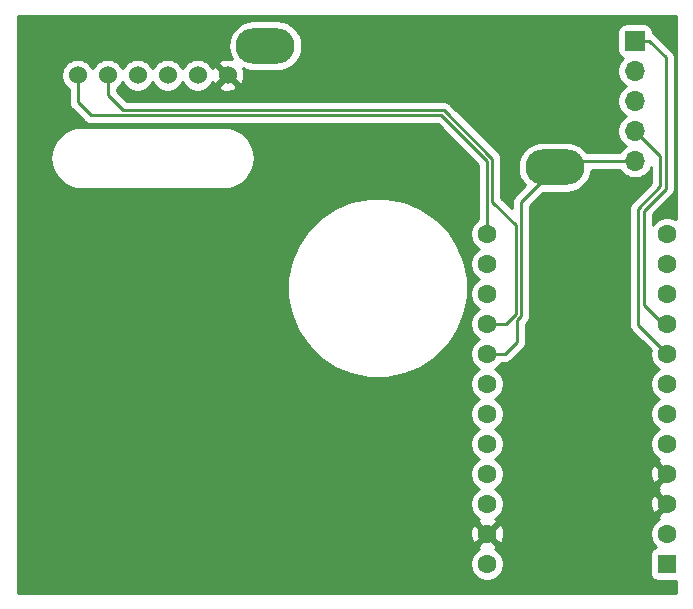
<source format=gbr>
%TF.GenerationSoftware,KiCad,Pcbnew,(5.1.6)-1*%
%TF.CreationDate,2021-01-28T10:50:38-06:00*%
%TF.ProjectId,BigSwitch,42696753-7769-4746-9368-2e6b69636164,rev?*%
%TF.SameCoordinates,Original*%
%TF.FileFunction,Copper,L2,Bot*%
%TF.FilePolarity,Positive*%
%FSLAX46Y46*%
G04 Gerber Fmt 4.6, Leading zero omitted, Abs format (unit mm)*
G04 Created by KiCad (PCBNEW (5.1.6)-1) date 2021-01-28 10:50:38*
%MOMM*%
%LPD*%
G01*
G04 APERTURE LIST*
%TA.AperFunction,ComponentPad*%
%ADD10C,1.524000*%
%TD*%
%TA.AperFunction,ComponentPad*%
%ADD11O,5.000000X3.000000*%
%TD*%
%TA.AperFunction,ComponentPad*%
%ADD12C,1.600000*%
%TD*%
%TA.AperFunction,ComponentPad*%
%ADD13R,1.600000X1.600000*%
%TD*%
%TA.AperFunction,ComponentPad*%
%ADD14O,1.700000X1.700000*%
%TD*%
%TA.AperFunction,ComponentPad*%
%ADD15R,1.700000X1.700000*%
%TD*%
%TA.AperFunction,Conductor*%
%ADD16C,0.250000*%
%TD*%
%TA.AperFunction,Conductor*%
%ADD17C,0.254000*%
%TD*%
G04 APERTURE END LIST*
D10*
%TO.P,J1,3*%
%TO.N,/MISO*%
X126520000Y-85700000D03*
%TO.P,J1,4*%
%TO.N,/MOSI*%
X123980000Y-85700000D03*
%TO.P,J1,2*%
%TO.N,VCC*%
X129060000Y-85700000D03*
%TO.P,J1,1*%
%TO.N,GND*%
X131600000Y-85700000D03*
%TO.P,J1,5*%
%TO.N,/SCK*%
X121440000Y-85700000D03*
%TO.P,J1,6*%
%TO.N,/CS*%
X118900000Y-85700000D03*
%TD*%
D11*
%TO.P,MX1,1*%
%TO.N,/D7*%
X134800000Y-83200000D03*
%TO.P,MX1,2*%
%TO.N,/A0*%
X159300000Y-93500000D03*
%TD*%
D12*
%TO.P,U1,24*%
%TO.N,Net-(U1-Pad24)*%
X153580000Y-127070000D03*
%TO.P,U1,23*%
%TO.N,GND*%
X153580000Y-124530000D03*
%TO.P,U1,22*%
%TO.N,VCC*%
X153580000Y-121990000D03*
%TO.P,U1,21*%
%TO.N,Net-(U1-Pad21)*%
X153580000Y-119450000D03*
%TO.P,U1,20*%
%TO.N,Net-(U1-Pad20)*%
X153580000Y-116910000D03*
%TO.P,U1,19*%
%TO.N,Net-(U1-Pad19)*%
X153580000Y-114370000D03*
%TO.P,U1,18*%
%TO.N,Net-(U1-Pad18)*%
X153580000Y-111830000D03*
%TO.P,U1,17*%
%TO.N,/A0*%
X153580000Y-109290000D03*
%TO.P,U1,16*%
%TO.N,/SCK*%
X153580000Y-106750000D03*
%TO.P,U1,15*%
%TO.N,/MISO*%
X153580000Y-104210000D03*
%TO.P,U1,14*%
%TO.N,/MOSI*%
X153580000Y-101670000D03*
%TO.P,U1,13*%
%TO.N,/CS*%
X153580000Y-99130000D03*
%TO.P,U1,12*%
%TO.N,/D9*%
X168820000Y-99130000D03*
%TO.P,U1,11*%
%TO.N,/D8*%
X168820000Y-101670000D03*
%TO.P,U1,10*%
%TO.N,/D7*%
X168820000Y-104210000D03*
%TO.P,U1,9*%
%TO.N,/D6*%
X168820000Y-106750000D03*
%TO.P,U1,8*%
%TO.N,/D5*%
X168820000Y-109290000D03*
%TO.P,U1,7*%
%TO.N,Net-(U1-Pad7)*%
X168820000Y-111830000D03*
%TO.P,U1,6*%
%TO.N,Net-(U1-Pad6)*%
X168820000Y-114370000D03*
%TO.P,U1,5*%
%TO.N,Net-(U1-Pad5)*%
X168820000Y-116910000D03*
%TO.P,U1,4*%
%TO.N,GND*%
X168820000Y-119450000D03*
%TO.P,U1,3*%
X168820000Y-121990000D03*
%TO.P,U1,2*%
%TO.N,Net-(U1-Pad2)*%
X168820000Y-124530000D03*
D13*
%TO.P,U1,1*%
%TO.N,Net-(U1-Pad1)*%
X168820000Y-127070000D03*
%TD*%
D14*
%TO.P,J2,5*%
%TO.N,/A0*%
X166100000Y-92960000D03*
%TO.P,J2,4*%
%TO.N,/D5*%
X166100000Y-90420000D03*
%TO.P,J2,3*%
%TO.N,/D9*%
X166100000Y-87880000D03*
%TO.P,J2,2*%
%TO.N,/D8*%
X166100000Y-85340000D03*
D15*
%TO.P,J2,1*%
%TO.N,/D6*%
X166100000Y-82800000D03*
%TD*%
D16*
%TO.N,/SCK*%
X155150000Y-106750000D02*
X153580000Y-106750000D01*
X156000000Y-98369990D02*
X156000000Y-105900000D01*
X154030010Y-96400000D02*
X156000000Y-98369990D01*
X121440000Y-87340000D02*
X122749990Y-88649990D01*
X122749990Y-88649990D02*
X149886401Y-88649991D01*
X154030010Y-92793600D02*
X154030010Y-96400000D01*
X156000000Y-105900000D02*
X155150000Y-106750000D01*
X121440000Y-85700000D02*
X121440000Y-87340000D01*
X149886401Y-88649991D02*
X154030010Y-92793600D01*
%TO.N,/CS*%
X118900000Y-85700000D02*
X118900000Y-88000000D01*
X118900000Y-88000000D02*
X120000000Y-89100000D01*
X153580000Y-92980000D02*
X153580000Y-99130000D01*
X149700000Y-89100000D02*
X153580000Y-92980000D01*
X149700000Y-89100000D02*
X120000000Y-89100000D01*
%TO.N,/A0*%
X159840000Y-92960000D02*
X159300000Y-93500000D01*
X166100000Y-92960000D02*
X159840000Y-92960000D01*
X153580000Y-109290000D02*
X155110000Y-109290000D01*
X156100000Y-106436410D02*
X156450010Y-106086400D01*
X155110000Y-109290000D02*
X156100000Y-108300000D01*
X156100000Y-108300000D02*
X156100000Y-106436410D01*
X156450010Y-106086400D02*
X156450010Y-96449990D01*
X159300000Y-93600000D02*
X159300000Y-93500000D01*
X156450010Y-96449990D02*
X159300000Y-93600000D01*
%TO.N,/D5*%
X167275001Y-107745001D02*
X168820000Y-109290000D01*
X166100000Y-90420000D02*
X168249990Y-92569990D01*
X166374982Y-96988608D02*
X166374982Y-106844982D01*
X166374982Y-106844982D02*
X167275001Y-107745001D01*
X168249990Y-95113600D02*
X166374982Y-96988608D01*
X168249990Y-92569990D02*
X168249990Y-95113600D01*
%TO.N,/D6*%
X166100000Y-82800000D02*
X167300000Y-82800000D01*
X167300000Y-82800000D02*
X168700000Y-84200000D01*
X168700000Y-84200000D02*
X168700000Y-95300000D01*
X166824992Y-97175008D02*
X166824992Y-105124992D01*
X168700000Y-95300000D02*
X166824992Y-97175008D01*
X168450000Y-106750000D02*
X168820000Y-106750000D01*
X166824992Y-105124992D02*
X168450000Y-106750000D01*
%TD*%
D17*
%TO.N,GND*%
G36*
X169540001Y-97885230D02*
G01*
X169499727Y-97858320D01*
X169238574Y-97750147D01*
X168961335Y-97695000D01*
X168678665Y-97695000D01*
X168401426Y-97750147D01*
X168140273Y-97858320D01*
X167905241Y-98015363D01*
X167705363Y-98215241D01*
X167584992Y-98395389D01*
X167584992Y-97489809D01*
X169211003Y-95863799D01*
X169240001Y-95840001D01*
X169334974Y-95724276D01*
X169405546Y-95592247D01*
X169449003Y-95448986D01*
X169460000Y-95337333D01*
X169460000Y-95337325D01*
X169463676Y-95300000D01*
X169460000Y-95262675D01*
X169460000Y-84237322D01*
X169463676Y-84200000D01*
X169460000Y-84162677D01*
X169460000Y-84162667D01*
X169449003Y-84051014D01*
X169405546Y-83907753D01*
X169334975Y-83775725D01*
X169334974Y-83775723D01*
X169263799Y-83688997D01*
X169240001Y-83659999D01*
X169211004Y-83636202D01*
X167863804Y-82289003D01*
X167840001Y-82259999D01*
X167724276Y-82165026D01*
X167592247Y-82094454D01*
X167588072Y-82093188D01*
X167588072Y-81950000D01*
X167575812Y-81825518D01*
X167539502Y-81705820D01*
X167480537Y-81595506D01*
X167401185Y-81498815D01*
X167304494Y-81419463D01*
X167194180Y-81360498D01*
X167074482Y-81324188D01*
X166950000Y-81311928D01*
X165250000Y-81311928D01*
X165125518Y-81324188D01*
X165005820Y-81360498D01*
X164895506Y-81419463D01*
X164798815Y-81498815D01*
X164719463Y-81595506D01*
X164660498Y-81705820D01*
X164624188Y-81825518D01*
X164611928Y-81950000D01*
X164611928Y-83650000D01*
X164624188Y-83774482D01*
X164660498Y-83894180D01*
X164719463Y-84004494D01*
X164798815Y-84101185D01*
X164895506Y-84180537D01*
X165005820Y-84239502D01*
X165078380Y-84261513D01*
X164946525Y-84393368D01*
X164784010Y-84636589D01*
X164672068Y-84906842D01*
X164615000Y-85193740D01*
X164615000Y-85486260D01*
X164672068Y-85773158D01*
X164784010Y-86043411D01*
X164946525Y-86286632D01*
X165153368Y-86493475D01*
X165327760Y-86610000D01*
X165153368Y-86726525D01*
X164946525Y-86933368D01*
X164784010Y-87176589D01*
X164672068Y-87446842D01*
X164615000Y-87733740D01*
X164615000Y-88026260D01*
X164672068Y-88313158D01*
X164784010Y-88583411D01*
X164946525Y-88826632D01*
X165153368Y-89033475D01*
X165327760Y-89150000D01*
X165153368Y-89266525D01*
X164946525Y-89473368D01*
X164784010Y-89716589D01*
X164672068Y-89986842D01*
X164615000Y-90273740D01*
X164615000Y-90566260D01*
X164672068Y-90853158D01*
X164784010Y-91123411D01*
X164946525Y-91366632D01*
X165153368Y-91573475D01*
X165327760Y-91690000D01*
X165153368Y-91806525D01*
X164946525Y-92013368D01*
X164821822Y-92200000D01*
X161995046Y-92200000D01*
X161816977Y-91983023D01*
X161491881Y-91716223D01*
X161120982Y-91517974D01*
X160718533Y-91395892D01*
X160404882Y-91365000D01*
X158195118Y-91365000D01*
X157881467Y-91395892D01*
X157479018Y-91517974D01*
X157108119Y-91716223D01*
X156783023Y-91983023D01*
X156516223Y-92308119D01*
X156317974Y-92679018D01*
X156195892Y-93081467D01*
X156154670Y-93500000D01*
X156195892Y-93918533D01*
X156317974Y-94320982D01*
X156516223Y-94691881D01*
X156783023Y-95016977D01*
X156796863Y-95028335D01*
X155939008Y-95886191D01*
X155910010Y-95909989D01*
X155886212Y-95938987D01*
X155886211Y-95938988D01*
X155815036Y-96025714D01*
X155744464Y-96157744D01*
X155701008Y-96301005D01*
X155686334Y-96449990D01*
X155690011Y-96487322D01*
X155690011Y-96985199D01*
X154790010Y-96085199D01*
X154790010Y-92830922D01*
X154793686Y-92793599D01*
X154790010Y-92756276D01*
X154790010Y-92756267D01*
X154779013Y-92644614D01*
X154735556Y-92501353D01*
X154702761Y-92439999D01*
X154664984Y-92369323D01*
X154593809Y-92282597D01*
X154570011Y-92253599D01*
X154541014Y-92229802D01*
X150450198Y-88138987D01*
X150426402Y-88109991D01*
X150397403Y-88086192D01*
X150310677Y-88015017D01*
X150178647Y-87944445D01*
X150078843Y-87914171D01*
X150035387Y-87900989D01*
X149923734Y-87889992D01*
X149886401Y-87886315D01*
X149849069Y-87889992D01*
X123064792Y-87889990D01*
X122200000Y-87025199D01*
X122200000Y-86872341D01*
X122330535Y-86785120D01*
X122525120Y-86590535D01*
X122678005Y-86361727D01*
X122710000Y-86284485D01*
X122741995Y-86361727D01*
X122894880Y-86590535D01*
X123089465Y-86785120D01*
X123318273Y-86938005D01*
X123572510Y-87043314D01*
X123842408Y-87097000D01*
X124117592Y-87097000D01*
X124387490Y-87043314D01*
X124641727Y-86938005D01*
X124870535Y-86785120D01*
X125065120Y-86590535D01*
X125218005Y-86361727D01*
X125250000Y-86284485D01*
X125281995Y-86361727D01*
X125434880Y-86590535D01*
X125629465Y-86785120D01*
X125858273Y-86938005D01*
X126112510Y-87043314D01*
X126382408Y-87097000D01*
X126657592Y-87097000D01*
X126927490Y-87043314D01*
X127181727Y-86938005D01*
X127410535Y-86785120D01*
X127605120Y-86590535D01*
X127758005Y-86361727D01*
X127790000Y-86284485D01*
X127821995Y-86361727D01*
X127974880Y-86590535D01*
X128169465Y-86785120D01*
X128398273Y-86938005D01*
X128652510Y-87043314D01*
X128922408Y-87097000D01*
X129197592Y-87097000D01*
X129467490Y-87043314D01*
X129721727Y-86938005D01*
X129950535Y-86785120D01*
X130070090Y-86665565D01*
X130814040Y-86665565D01*
X130881020Y-86905656D01*
X131130048Y-87022756D01*
X131397135Y-87089023D01*
X131672017Y-87101910D01*
X131944133Y-87060922D01*
X132203023Y-86967636D01*
X132318980Y-86905656D01*
X132385960Y-86665565D01*
X131600000Y-85879605D01*
X130814040Y-86665565D01*
X130070090Y-86665565D01*
X130145120Y-86590535D01*
X130298005Y-86361727D01*
X130327692Y-86290057D01*
X130332364Y-86303023D01*
X130394344Y-86418980D01*
X130634435Y-86485960D01*
X131420395Y-85700000D01*
X130634435Y-84914040D01*
X130394344Y-84981020D01*
X130330515Y-85116760D01*
X130298005Y-85038273D01*
X130145120Y-84809465D01*
X130070090Y-84734435D01*
X130814040Y-84734435D01*
X131600000Y-85520395D01*
X131614143Y-85506253D01*
X131793748Y-85685858D01*
X131779605Y-85700000D01*
X132565565Y-86485960D01*
X132805656Y-86418980D01*
X132922756Y-86169952D01*
X132989023Y-85902865D01*
X133001910Y-85627983D01*
X132960922Y-85355867D01*
X132879023Y-85128578D01*
X132979018Y-85182026D01*
X133381467Y-85304108D01*
X133695118Y-85335000D01*
X135904882Y-85335000D01*
X136218533Y-85304108D01*
X136620982Y-85182026D01*
X136991881Y-84983777D01*
X137316977Y-84716977D01*
X137583777Y-84391881D01*
X137782026Y-84020982D01*
X137904108Y-83618533D01*
X137945330Y-83200000D01*
X137904108Y-82781467D01*
X137782026Y-82379018D01*
X137583777Y-82008119D01*
X137316977Y-81683023D01*
X136991881Y-81416223D01*
X136620982Y-81217974D01*
X136218533Y-81095892D01*
X135904882Y-81065000D01*
X133695118Y-81065000D01*
X133381467Y-81095892D01*
X132979018Y-81217974D01*
X132608119Y-81416223D01*
X132283023Y-81683023D01*
X132016223Y-82008119D01*
X131817974Y-82379018D01*
X131695892Y-82781467D01*
X131654670Y-83200000D01*
X131695892Y-83618533D01*
X131817974Y-84020982D01*
X131998988Y-84359637D01*
X131802865Y-84310977D01*
X131527983Y-84298090D01*
X131255867Y-84339078D01*
X130996977Y-84432364D01*
X130881020Y-84494344D01*
X130814040Y-84734435D01*
X130070090Y-84734435D01*
X129950535Y-84614880D01*
X129721727Y-84461995D01*
X129467490Y-84356686D01*
X129197592Y-84303000D01*
X128922408Y-84303000D01*
X128652510Y-84356686D01*
X128398273Y-84461995D01*
X128169465Y-84614880D01*
X127974880Y-84809465D01*
X127821995Y-85038273D01*
X127790000Y-85115515D01*
X127758005Y-85038273D01*
X127605120Y-84809465D01*
X127410535Y-84614880D01*
X127181727Y-84461995D01*
X126927490Y-84356686D01*
X126657592Y-84303000D01*
X126382408Y-84303000D01*
X126112510Y-84356686D01*
X125858273Y-84461995D01*
X125629465Y-84614880D01*
X125434880Y-84809465D01*
X125281995Y-85038273D01*
X125250000Y-85115515D01*
X125218005Y-85038273D01*
X125065120Y-84809465D01*
X124870535Y-84614880D01*
X124641727Y-84461995D01*
X124387490Y-84356686D01*
X124117592Y-84303000D01*
X123842408Y-84303000D01*
X123572510Y-84356686D01*
X123318273Y-84461995D01*
X123089465Y-84614880D01*
X122894880Y-84809465D01*
X122741995Y-85038273D01*
X122710000Y-85115515D01*
X122678005Y-85038273D01*
X122525120Y-84809465D01*
X122330535Y-84614880D01*
X122101727Y-84461995D01*
X121847490Y-84356686D01*
X121577592Y-84303000D01*
X121302408Y-84303000D01*
X121032510Y-84356686D01*
X120778273Y-84461995D01*
X120549465Y-84614880D01*
X120354880Y-84809465D01*
X120201995Y-85038273D01*
X120170000Y-85115515D01*
X120138005Y-85038273D01*
X119985120Y-84809465D01*
X119790535Y-84614880D01*
X119561727Y-84461995D01*
X119307490Y-84356686D01*
X119037592Y-84303000D01*
X118762408Y-84303000D01*
X118492510Y-84356686D01*
X118238273Y-84461995D01*
X118009465Y-84614880D01*
X117814880Y-84809465D01*
X117661995Y-85038273D01*
X117556686Y-85292510D01*
X117503000Y-85562408D01*
X117503000Y-85837592D01*
X117556686Y-86107490D01*
X117661995Y-86361727D01*
X117814880Y-86590535D01*
X118009465Y-86785120D01*
X118140001Y-86872341D01*
X118140001Y-87962668D01*
X118136324Y-88000000D01*
X118150998Y-88148985D01*
X118194454Y-88292246D01*
X118265026Y-88424276D01*
X118336201Y-88511002D01*
X118360000Y-88540001D01*
X118388998Y-88563799D01*
X119436200Y-89611002D01*
X119459999Y-89640001D01*
X119488997Y-89663799D01*
X119575723Y-89734974D01*
X119669363Y-89785026D01*
X119707753Y-89805546D01*
X119851014Y-89849003D01*
X119962667Y-89860000D01*
X119962677Y-89860000D01*
X120000000Y-89863676D01*
X120037323Y-89860000D01*
X149385199Y-89860000D01*
X152820000Y-93294802D01*
X152820001Y-97911956D01*
X152665241Y-98015363D01*
X152465363Y-98215241D01*
X152308320Y-98450273D01*
X152200147Y-98711426D01*
X152145000Y-98988665D01*
X152145000Y-99271335D01*
X152200147Y-99548574D01*
X152308320Y-99809727D01*
X152465363Y-100044759D01*
X152665241Y-100244637D01*
X152897759Y-100400000D01*
X152665241Y-100555363D01*
X152465363Y-100755241D01*
X152308320Y-100990273D01*
X152200147Y-101251426D01*
X152145000Y-101528665D01*
X152145000Y-101811335D01*
X152200147Y-102088574D01*
X152308320Y-102349727D01*
X152465363Y-102584759D01*
X152665241Y-102784637D01*
X152897759Y-102940000D01*
X152665241Y-103095363D01*
X152465363Y-103295241D01*
X152308320Y-103530273D01*
X152200147Y-103791426D01*
X152145000Y-104068665D01*
X152145000Y-104351335D01*
X152200147Y-104628574D01*
X152308320Y-104889727D01*
X152465363Y-105124759D01*
X152665241Y-105324637D01*
X152897759Y-105480000D01*
X152665241Y-105635363D01*
X152465363Y-105835241D01*
X152308320Y-106070273D01*
X152200147Y-106331426D01*
X152145000Y-106608665D01*
X152145000Y-106891335D01*
X152200147Y-107168574D01*
X152308320Y-107429727D01*
X152465363Y-107664759D01*
X152665241Y-107864637D01*
X152897759Y-108020000D01*
X152665241Y-108175363D01*
X152465363Y-108375241D01*
X152308320Y-108610273D01*
X152200147Y-108871426D01*
X152145000Y-109148665D01*
X152145000Y-109431335D01*
X152200147Y-109708574D01*
X152308320Y-109969727D01*
X152465363Y-110204759D01*
X152665241Y-110404637D01*
X152897759Y-110560000D01*
X152665241Y-110715363D01*
X152465363Y-110915241D01*
X152308320Y-111150273D01*
X152200147Y-111411426D01*
X152145000Y-111688665D01*
X152145000Y-111971335D01*
X152200147Y-112248574D01*
X152308320Y-112509727D01*
X152465363Y-112744759D01*
X152665241Y-112944637D01*
X152897759Y-113100000D01*
X152665241Y-113255363D01*
X152465363Y-113455241D01*
X152308320Y-113690273D01*
X152200147Y-113951426D01*
X152145000Y-114228665D01*
X152145000Y-114511335D01*
X152200147Y-114788574D01*
X152308320Y-115049727D01*
X152465363Y-115284759D01*
X152665241Y-115484637D01*
X152897759Y-115640000D01*
X152665241Y-115795363D01*
X152465363Y-115995241D01*
X152308320Y-116230273D01*
X152200147Y-116491426D01*
X152145000Y-116768665D01*
X152145000Y-117051335D01*
X152200147Y-117328574D01*
X152308320Y-117589727D01*
X152465363Y-117824759D01*
X152665241Y-118024637D01*
X152897759Y-118180000D01*
X152665241Y-118335363D01*
X152465363Y-118535241D01*
X152308320Y-118770273D01*
X152200147Y-119031426D01*
X152145000Y-119308665D01*
X152145000Y-119591335D01*
X152200147Y-119868574D01*
X152308320Y-120129727D01*
X152465363Y-120364759D01*
X152665241Y-120564637D01*
X152897759Y-120720000D01*
X152665241Y-120875363D01*
X152465363Y-121075241D01*
X152308320Y-121310273D01*
X152200147Y-121571426D01*
X152145000Y-121848665D01*
X152145000Y-122131335D01*
X152200147Y-122408574D01*
X152308320Y-122669727D01*
X152465363Y-122904759D01*
X152665241Y-123104637D01*
X152899128Y-123260915D01*
X152838486Y-123293329D01*
X152766903Y-123537298D01*
X153580000Y-124350395D01*
X154393097Y-123537298D01*
X154321514Y-123293329D01*
X154257008Y-123262806D01*
X154259727Y-123261680D01*
X154494759Y-123104637D01*
X154694637Y-122904759D01*
X154851680Y-122669727D01*
X154959853Y-122408574D01*
X155015000Y-122131335D01*
X155015000Y-122060512D01*
X167379783Y-122060512D01*
X167421213Y-122340130D01*
X167516397Y-122606292D01*
X167583329Y-122731514D01*
X167827298Y-122803097D01*
X168640395Y-121990000D01*
X167827298Y-121176903D01*
X167583329Y-121248486D01*
X167462429Y-121503996D01*
X167393700Y-121778184D01*
X167379783Y-122060512D01*
X155015000Y-122060512D01*
X155015000Y-121848665D01*
X154959853Y-121571426D01*
X154851680Y-121310273D01*
X154694637Y-121075241D01*
X154494759Y-120875363D01*
X154262241Y-120720000D01*
X154494759Y-120564637D01*
X154694637Y-120364759D01*
X154851680Y-120129727D01*
X154959853Y-119868574D01*
X155015000Y-119591335D01*
X155015000Y-119520512D01*
X167379783Y-119520512D01*
X167421213Y-119800130D01*
X167516397Y-120066292D01*
X167583329Y-120191514D01*
X167827298Y-120263097D01*
X168640395Y-119450000D01*
X167827298Y-118636903D01*
X167583329Y-118708486D01*
X167462429Y-118963996D01*
X167393700Y-119238184D01*
X167379783Y-119520512D01*
X155015000Y-119520512D01*
X155015000Y-119308665D01*
X154959853Y-119031426D01*
X154851680Y-118770273D01*
X154694637Y-118535241D01*
X154494759Y-118335363D01*
X154262241Y-118180000D01*
X154494759Y-118024637D01*
X154694637Y-117824759D01*
X154851680Y-117589727D01*
X154959853Y-117328574D01*
X155015000Y-117051335D01*
X155015000Y-116768665D01*
X154959853Y-116491426D01*
X154851680Y-116230273D01*
X154694637Y-115995241D01*
X154494759Y-115795363D01*
X154262241Y-115640000D01*
X154494759Y-115484637D01*
X154694637Y-115284759D01*
X154851680Y-115049727D01*
X154959853Y-114788574D01*
X155015000Y-114511335D01*
X155015000Y-114228665D01*
X154959853Y-113951426D01*
X154851680Y-113690273D01*
X154694637Y-113455241D01*
X154494759Y-113255363D01*
X154262241Y-113100000D01*
X154494759Y-112944637D01*
X154694637Y-112744759D01*
X154851680Y-112509727D01*
X154959853Y-112248574D01*
X155015000Y-111971335D01*
X155015000Y-111688665D01*
X154959853Y-111411426D01*
X154851680Y-111150273D01*
X154694637Y-110915241D01*
X154494759Y-110715363D01*
X154262241Y-110560000D01*
X154494759Y-110404637D01*
X154694637Y-110204759D01*
X154798043Y-110050000D01*
X155072678Y-110050000D01*
X155110000Y-110053676D01*
X155147322Y-110050000D01*
X155147333Y-110050000D01*
X155258986Y-110039003D01*
X155402247Y-109995546D01*
X155534276Y-109924974D01*
X155650001Y-109830001D01*
X155673803Y-109800998D01*
X156611009Y-108863794D01*
X156640001Y-108840001D01*
X156663795Y-108811008D01*
X156663799Y-108811004D01*
X156734973Y-108724277D01*
X156734974Y-108724276D01*
X156805546Y-108592247D01*
X156849003Y-108448986D01*
X156860000Y-108337333D01*
X156860000Y-108337324D01*
X156863676Y-108300001D01*
X156860000Y-108262678D01*
X156860000Y-106751211D01*
X156961008Y-106650203D01*
X156990011Y-106626401D01*
X157084984Y-106510676D01*
X157155556Y-106378647D01*
X157199013Y-106235386D01*
X157210010Y-106123733D01*
X157210010Y-106123723D01*
X157213686Y-106086400D01*
X157210010Y-106049077D01*
X157210010Y-96764791D01*
X158339801Y-95635000D01*
X160404882Y-95635000D01*
X160718533Y-95604108D01*
X161120982Y-95482026D01*
X161491881Y-95283777D01*
X161816977Y-95016977D01*
X162083777Y-94691881D01*
X162282026Y-94320982D01*
X162404108Y-93918533D01*
X162423662Y-93720000D01*
X164821822Y-93720000D01*
X164946525Y-93906632D01*
X165153368Y-94113475D01*
X165396589Y-94275990D01*
X165666842Y-94387932D01*
X165953740Y-94445000D01*
X166246260Y-94445000D01*
X166533158Y-94387932D01*
X166803411Y-94275990D01*
X167046632Y-94113475D01*
X167253475Y-93906632D01*
X167415990Y-93663411D01*
X167489990Y-93484758D01*
X167489991Y-94798797D01*
X165863985Y-96424804D01*
X165834981Y-96448607D01*
X165779853Y-96515782D01*
X165740008Y-96564332D01*
X165721491Y-96598975D01*
X165669436Y-96696362D01*
X165625979Y-96839623D01*
X165614982Y-96951276D01*
X165614982Y-96951286D01*
X165611306Y-96988608D01*
X165614982Y-97025930D01*
X165614983Y-106807650D01*
X165611306Y-106844982D01*
X165625980Y-106993967D01*
X165669436Y-107137228D01*
X165740008Y-107269258D01*
X165811183Y-107355984D01*
X165834982Y-107384983D01*
X165863980Y-107408781D01*
X166763998Y-108308800D01*
X166764003Y-108308804D01*
X167421312Y-108966114D01*
X167385000Y-109148665D01*
X167385000Y-109431335D01*
X167440147Y-109708574D01*
X167548320Y-109969727D01*
X167705363Y-110204759D01*
X167905241Y-110404637D01*
X168137759Y-110560000D01*
X167905241Y-110715363D01*
X167705363Y-110915241D01*
X167548320Y-111150273D01*
X167440147Y-111411426D01*
X167385000Y-111688665D01*
X167385000Y-111971335D01*
X167440147Y-112248574D01*
X167548320Y-112509727D01*
X167705363Y-112744759D01*
X167905241Y-112944637D01*
X168137759Y-113100000D01*
X167905241Y-113255363D01*
X167705363Y-113455241D01*
X167548320Y-113690273D01*
X167440147Y-113951426D01*
X167385000Y-114228665D01*
X167385000Y-114511335D01*
X167440147Y-114788574D01*
X167548320Y-115049727D01*
X167705363Y-115284759D01*
X167905241Y-115484637D01*
X168137759Y-115640000D01*
X167905241Y-115795363D01*
X167705363Y-115995241D01*
X167548320Y-116230273D01*
X167440147Y-116491426D01*
X167385000Y-116768665D01*
X167385000Y-117051335D01*
X167440147Y-117328574D01*
X167548320Y-117589727D01*
X167705363Y-117824759D01*
X167905241Y-118024637D01*
X168139128Y-118180915D01*
X168078486Y-118213329D01*
X168006903Y-118457298D01*
X168820000Y-119270395D01*
X168834143Y-119256253D01*
X169013748Y-119435858D01*
X168999605Y-119450000D01*
X169013748Y-119464143D01*
X168834143Y-119643748D01*
X168820000Y-119629605D01*
X168006903Y-120442702D01*
X168078486Y-120686671D01*
X168144636Y-120717971D01*
X168078486Y-120753329D01*
X168006903Y-120997298D01*
X168820000Y-121810395D01*
X168834143Y-121796253D01*
X169013748Y-121975858D01*
X168999605Y-121990000D01*
X169013748Y-122004143D01*
X168834143Y-122183748D01*
X168820000Y-122169605D01*
X168006903Y-122982702D01*
X168078486Y-123226671D01*
X168142992Y-123257194D01*
X168140273Y-123258320D01*
X167905241Y-123415363D01*
X167705363Y-123615241D01*
X167548320Y-123850273D01*
X167440147Y-124111426D01*
X167385000Y-124388665D01*
X167385000Y-124671335D01*
X167440147Y-124948574D01*
X167548320Y-125209727D01*
X167705363Y-125444759D01*
X167903961Y-125643357D01*
X167895518Y-125644188D01*
X167775820Y-125680498D01*
X167665506Y-125739463D01*
X167568815Y-125818815D01*
X167489463Y-125915506D01*
X167430498Y-126025820D01*
X167394188Y-126145518D01*
X167381928Y-126270000D01*
X167381928Y-127870000D01*
X167394188Y-127994482D01*
X167430498Y-128114180D01*
X167489463Y-128224494D01*
X167568815Y-128321185D01*
X167665506Y-128400537D01*
X167775820Y-128459502D01*
X167895518Y-128495812D01*
X168020000Y-128508072D01*
X169540000Y-128508072D01*
X169540000Y-129540000D01*
X113860000Y-129540000D01*
X113860000Y-126928665D01*
X152145000Y-126928665D01*
X152145000Y-127211335D01*
X152200147Y-127488574D01*
X152308320Y-127749727D01*
X152465363Y-127984759D01*
X152665241Y-128184637D01*
X152900273Y-128341680D01*
X153161426Y-128449853D01*
X153438665Y-128505000D01*
X153721335Y-128505000D01*
X153998574Y-128449853D01*
X154259727Y-128341680D01*
X154494759Y-128184637D01*
X154694637Y-127984759D01*
X154851680Y-127749727D01*
X154959853Y-127488574D01*
X155015000Y-127211335D01*
X155015000Y-126928665D01*
X154959853Y-126651426D01*
X154851680Y-126390273D01*
X154694637Y-126155241D01*
X154494759Y-125955363D01*
X154260872Y-125799085D01*
X154321514Y-125766671D01*
X154393097Y-125522702D01*
X153580000Y-124709605D01*
X152766903Y-125522702D01*
X152838486Y-125766671D01*
X152902992Y-125797194D01*
X152900273Y-125798320D01*
X152665241Y-125955363D01*
X152465363Y-126155241D01*
X152308320Y-126390273D01*
X152200147Y-126651426D01*
X152145000Y-126928665D01*
X113860000Y-126928665D01*
X113860000Y-124600512D01*
X152139783Y-124600512D01*
X152181213Y-124880130D01*
X152276397Y-125146292D01*
X152343329Y-125271514D01*
X152587298Y-125343097D01*
X153400395Y-124530000D01*
X153759605Y-124530000D01*
X154572702Y-125343097D01*
X154816671Y-125271514D01*
X154937571Y-125016004D01*
X155006300Y-124741816D01*
X155020217Y-124459488D01*
X154978787Y-124179870D01*
X154883603Y-123913708D01*
X154816671Y-123788486D01*
X154572702Y-123716903D01*
X153759605Y-124530000D01*
X153400395Y-124530000D01*
X152587298Y-123716903D01*
X152343329Y-123788486D01*
X152222429Y-124043996D01*
X152153700Y-124318184D01*
X152139783Y-124600512D01*
X113860000Y-124600512D01*
X113860000Y-102948018D01*
X136665000Y-102948018D01*
X136665000Y-104451982D01*
X136958408Y-105927047D01*
X137533950Y-107316529D01*
X138369508Y-108567029D01*
X139432971Y-109630492D01*
X140683471Y-110466050D01*
X142072953Y-111041592D01*
X143548018Y-111335000D01*
X145051982Y-111335000D01*
X146527047Y-111041592D01*
X147916529Y-110466050D01*
X149167029Y-109630492D01*
X150230492Y-108567029D01*
X151066050Y-107316529D01*
X151641592Y-105927047D01*
X151935000Y-104451982D01*
X151935000Y-102948018D01*
X151641592Y-101472953D01*
X151066050Y-100083471D01*
X150230492Y-98832971D01*
X149167029Y-97769508D01*
X147916529Y-96933950D01*
X146527047Y-96358408D01*
X145051982Y-96065000D01*
X143548018Y-96065000D01*
X142072953Y-96358408D01*
X140683471Y-96933950D01*
X139432971Y-97769508D01*
X138369508Y-98832971D01*
X137533950Y-100083471D01*
X136958408Y-101472953D01*
X136665000Y-102948018D01*
X113860000Y-102948018D01*
X113860000Y-92700000D01*
X116602251Y-92700000D01*
X116653127Y-93216550D01*
X116803799Y-93713250D01*
X117048477Y-94171011D01*
X117377759Y-94572241D01*
X117778989Y-94901523D01*
X118236750Y-95146201D01*
X118733450Y-95296873D01*
X119120558Y-95335000D01*
X131379442Y-95335000D01*
X131766550Y-95296873D01*
X132263250Y-95146201D01*
X132721011Y-94901523D01*
X133122241Y-94572241D01*
X133451523Y-94171011D01*
X133696201Y-93713250D01*
X133846873Y-93216550D01*
X133897749Y-92700000D01*
X133846873Y-92183450D01*
X133696201Y-91686750D01*
X133451523Y-91228989D01*
X133122241Y-90827759D01*
X132721011Y-90498477D01*
X132263250Y-90253799D01*
X131766550Y-90103127D01*
X131379442Y-90065000D01*
X119120558Y-90065000D01*
X118733450Y-90103127D01*
X118236750Y-90253799D01*
X117778989Y-90498477D01*
X117377759Y-90827759D01*
X117048477Y-91228989D01*
X116803799Y-91686750D01*
X116653127Y-92183450D01*
X116602251Y-92700000D01*
X113860000Y-92700000D01*
X113860000Y-80660000D01*
X169540001Y-80660000D01*
X169540001Y-97885230D01*
G37*
X169540001Y-97885230D02*
X169499727Y-97858320D01*
X169238574Y-97750147D01*
X168961335Y-97695000D01*
X168678665Y-97695000D01*
X168401426Y-97750147D01*
X168140273Y-97858320D01*
X167905241Y-98015363D01*
X167705363Y-98215241D01*
X167584992Y-98395389D01*
X167584992Y-97489809D01*
X169211003Y-95863799D01*
X169240001Y-95840001D01*
X169334974Y-95724276D01*
X169405546Y-95592247D01*
X169449003Y-95448986D01*
X169460000Y-95337333D01*
X169460000Y-95337325D01*
X169463676Y-95300000D01*
X169460000Y-95262675D01*
X169460000Y-84237322D01*
X169463676Y-84200000D01*
X169460000Y-84162677D01*
X169460000Y-84162667D01*
X169449003Y-84051014D01*
X169405546Y-83907753D01*
X169334975Y-83775725D01*
X169334974Y-83775723D01*
X169263799Y-83688997D01*
X169240001Y-83659999D01*
X169211004Y-83636202D01*
X167863804Y-82289003D01*
X167840001Y-82259999D01*
X167724276Y-82165026D01*
X167592247Y-82094454D01*
X167588072Y-82093188D01*
X167588072Y-81950000D01*
X167575812Y-81825518D01*
X167539502Y-81705820D01*
X167480537Y-81595506D01*
X167401185Y-81498815D01*
X167304494Y-81419463D01*
X167194180Y-81360498D01*
X167074482Y-81324188D01*
X166950000Y-81311928D01*
X165250000Y-81311928D01*
X165125518Y-81324188D01*
X165005820Y-81360498D01*
X164895506Y-81419463D01*
X164798815Y-81498815D01*
X164719463Y-81595506D01*
X164660498Y-81705820D01*
X164624188Y-81825518D01*
X164611928Y-81950000D01*
X164611928Y-83650000D01*
X164624188Y-83774482D01*
X164660498Y-83894180D01*
X164719463Y-84004494D01*
X164798815Y-84101185D01*
X164895506Y-84180537D01*
X165005820Y-84239502D01*
X165078380Y-84261513D01*
X164946525Y-84393368D01*
X164784010Y-84636589D01*
X164672068Y-84906842D01*
X164615000Y-85193740D01*
X164615000Y-85486260D01*
X164672068Y-85773158D01*
X164784010Y-86043411D01*
X164946525Y-86286632D01*
X165153368Y-86493475D01*
X165327760Y-86610000D01*
X165153368Y-86726525D01*
X164946525Y-86933368D01*
X164784010Y-87176589D01*
X164672068Y-87446842D01*
X164615000Y-87733740D01*
X164615000Y-88026260D01*
X164672068Y-88313158D01*
X164784010Y-88583411D01*
X164946525Y-88826632D01*
X165153368Y-89033475D01*
X165327760Y-89150000D01*
X165153368Y-89266525D01*
X164946525Y-89473368D01*
X164784010Y-89716589D01*
X164672068Y-89986842D01*
X164615000Y-90273740D01*
X164615000Y-90566260D01*
X164672068Y-90853158D01*
X164784010Y-91123411D01*
X164946525Y-91366632D01*
X165153368Y-91573475D01*
X165327760Y-91690000D01*
X165153368Y-91806525D01*
X164946525Y-92013368D01*
X164821822Y-92200000D01*
X161995046Y-92200000D01*
X161816977Y-91983023D01*
X161491881Y-91716223D01*
X161120982Y-91517974D01*
X160718533Y-91395892D01*
X160404882Y-91365000D01*
X158195118Y-91365000D01*
X157881467Y-91395892D01*
X157479018Y-91517974D01*
X157108119Y-91716223D01*
X156783023Y-91983023D01*
X156516223Y-92308119D01*
X156317974Y-92679018D01*
X156195892Y-93081467D01*
X156154670Y-93500000D01*
X156195892Y-93918533D01*
X156317974Y-94320982D01*
X156516223Y-94691881D01*
X156783023Y-95016977D01*
X156796863Y-95028335D01*
X155939008Y-95886191D01*
X155910010Y-95909989D01*
X155886212Y-95938987D01*
X155886211Y-95938988D01*
X155815036Y-96025714D01*
X155744464Y-96157744D01*
X155701008Y-96301005D01*
X155686334Y-96449990D01*
X155690011Y-96487322D01*
X155690011Y-96985199D01*
X154790010Y-96085199D01*
X154790010Y-92830922D01*
X154793686Y-92793599D01*
X154790010Y-92756276D01*
X154790010Y-92756267D01*
X154779013Y-92644614D01*
X154735556Y-92501353D01*
X154702761Y-92439999D01*
X154664984Y-92369323D01*
X154593809Y-92282597D01*
X154570011Y-92253599D01*
X154541014Y-92229802D01*
X150450198Y-88138987D01*
X150426402Y-88109991D01*
X150397403Y-88086192D01*
X150310677Y-88015017D01*
X150178647Y-87944445D01*
X150078843Y-87914171D01*
X150035387Y-87900989D01*
X149923734Y-87889992D01*
X149886401Y-87886315D01*
X149849069Y-87889992D01*
X123064792Y-87889990D01*
X122200000Y-87025199D01*
X122200000Y-86872341D01*
X122330535Y-86785120D01*
X122525120Y-86590535D01*
X122678005Y-86361727D01*
X122710000Y-86284485D01*
X122741995Y-86361727D01*
X122894880Y-86590535D01*
X123089465Y-86785120D01*
X123318273Y-86938005D01*
X123572510Y-87043314D01*
X123842408Y-87097000D01*
X124117592Y-87097000D01*
X124387490Y-87043314D01*
X124641727Y-86938005D01*
X124870535Y-86785120D01*
X125065120Y-86590535D01*
X125218005Y-86361727D01*
X125250000Y-86284485D01*
X125281995Y-86361727D01*
X125434880Y-86590535D01*
X125629465Y-86785120D01*
X125858273Y-86938005D01*
X126112510Y-87043314D01*
X126382408Y-87097000D01*
X126657592Y-87097000D01*
X126927490Y-87043314D01*
X127181727Y-86938005D01*
X127410535Y-86785120D01*
X127605120Y-86590535D01*
X127758005Y-86361727D01*
X127790000Y-86284485D01*
X127821995Y-86361727D01*
X127974880Y-86590535D01*
X128169465Y-86785120D01*
X128398273Y-86938005D01*
X128652510Y-87043314D01*
X128922408Y-87097000D01*
X129197592Y-87097000D01*
X129467490Y-87043314D01*
X129721727Y-86938005D01*
X129950535Y-86785120D01*
X130070090Y-86665565D01*
X130814040Y-86665565D01*
X130881020Y-86905656D01*
X131130048Y-87022756D01*
X131397135Y-87089023D01*
X131672017Y-87101910D01*
X131944133Y-87060922D01*
X132203023Y-86967636D01*
X132318980Y-86905656D01*
X132385960Y-86665565D01*
X131600000Y-85879605D01*
X130814040Y-86665565D01*
X130070090Y-86665565D01*
X130145120Y-86590535D01*
X130298005Y-86361727D01*
X130327692Y-86290057D01*
X130332364Y-86303023D01*
X130394344Y-86418980D01*
X130634435Y-86485960D01*
X131420395Y-85700000D01*
X130634435Y-84914040D01*
X130394344Y-84981020D01*
X130330515Y-85116760D01*
X130298005Y-85038273D01*
X130145120Y-84809465D01*
X130070090Y-84734435D01*
X130814040Y-84734435D01*
X131600000Y-85520395D01*
X131614143Y-85506253D01*
X131793748Y-85685858D01*
X131779605Y-85700000D01*
X132565565Y-86485960D01*
X132805656Y-86418980D01*
X132922756Y-86169952D01*
X132989023Y-85902865D01*
X133001910Y-85627983D01*
X132960922Y-85355867D01*
X132879023Y-85128578D01*
X132979018Y-85182026D01*
X133381467Y-85304108D01*
X133695118Y-85335000D01*
X135904882Y-85335000D01*
X136218533Y-85304108D01*
X136620982Y-85182026D01*
X136991881Y-84983777D01*
X137316977Y-84716977D01*
X137583777Y-84391881D01*
X137782026Y-84020982D01*
X137904108Y-83618533D01*
X137945330Y-83200000D01*
X137904108Y-82781467D01*
X137782026Y-82379018D01*
X137583777Y-82008119D01*
X137316977Y-81683023D01*
X136991881Y-81416223D01*
X136620982Y-81217974D01*
X136218533Y-81095892D01*
X135904882Y-81065000D01*
X133695118Y-81065000D01*
X133381467Y-81095892D01*
X132979018Y-81217974D01*
X132608119Y-81416223D01*
X132283023Y-81683023D01*
X132016223Y-82008119D01*
X131817974Y-82379018D01*
X131695892Y-82781467D01*
X131654670Y-83200000D01*
X131695892Y-83618533D01*
X131817974Y-84020982D01*
X131998988Y-84359637D01*
X131802865Y-84310977D01*
X131527983Y-84298090D01*
X131255867Y-84339078D01*
X130996977Y-84432364D01*
X130881020Y-84494344D01*
X130814040Y-84734435D01*
X130070090Y-84734435D01*
X129950535Y-84614880D01*
X129721727Y-84461995D01*
X129467490Y-84356686D01*
X129197592Y-84303000D01*
X128922408Y-84303000D01*
X128652510Y-84356686D01*
X128398273Y-84461995D01*
X128169465Y-84614880D01*
X127974880Y-84809465D01*
X127821995Y-85038273D01*
X127790000Y-85115515D01*
X127758005Y-85038273D01*
X127605120Y-84809465D01*
X127410535Y-84614880D01*
X127181727Y-84461995D01*
X126927490Y-84356686D01*
X126657592Y-84303000D01*
X126382408Y-84303000D01*
X126112510Y-84356686D01*
X125858273Y-84461995D01*
X125629465Y-84614880D01*
X125434880Y-84809465D01*
X125281995Y-85038273D01*
X125250000Y-85115515D01*
X125218005Y-85038273D01*
X125065120Y-84809465D01*
X124870535Y-84614880D01*
X124641727Y-84461995D01*
X124387490Y-84356686D01*
X124117592Y-84303000D01*
X123842408Y-84303000D01*
X123572510Y-84356686D01*
X123318273Y-84461995D01*
X123089465Y-84614880D01*
X122894880Y-84809465D01*
X122741995Y-85038273D01*
X122710000Y-85115515D01*
X122678005Y-85038273D01*
X122525120Y-84809465D01*
X122330535Y-84614880D01*
X122101727Y-84461995D01*
X121847490Y-84356686D01*
X121577592Y-84303000D01*
X121302408Y-84303000D01*
X121032510Y-84356686D01*
X120778273Y-84461995D01*
X120549465Y-84614880D01*
X120354880Y-84809465D01*
X120201995Y-85038273D01*
X120170000Y-85115515D01*
X120138005Y-85038273D01*
X119985120Y-84809465D01*
X119790535Y-84614880D01*
X119561727Y-84461995D01*
X119307490Y-84356686D01*
X119037592Y-84303000D01*
X118762408Y-84303000D01*
X118492510Y-84356686D01*
X118238273Y-84461995D01*
X118009465Y-84614880D01*
X117814880Y-84809465D01*
X117661995Y-85038273D01*
X117556686Y-85292510D01*
X117503000Y-85562408D01*
X117503000Y-85837592D01*
X117556686Y-86107490D01*
X117661995Y-86361727D01*
X117814880Y-86590535D01*
X118009465Y-86785120D01*
X118140001Y-86872341D01*
X118140001Y-87962668D01*
X118136324Y-88000000D01*
X118150998Y-88148985D01*
X118194454Y-88292246D01*
X118265026Y-88424276D01*
X118336201Y-88511002D01*
X118360000Y-88540001D01*
X118388998Y-88563799D01*
X119436200Y-89611002D01*
X119459999Y-89640001D01*
X119488997Y-89663799D01*
X119575723Y-89734974D01*
X119669363Y-89785026D01*
X119707753Y-89805546D01*
X119851014Y-89849003D01*
X119962667Y-89860000D01*
X119962677Y-89860000D01*
X120000000Y-89863676D01*
X120037323Y-89860000D01*
X149385199Y-89860000D01*
X152820000Y-93294802D01*
X152820001Y-97911956D01*
X152665241Y-98015363D01*
X152465363Y-98215241D01*
X152308320Y-98450273D01*
X152200147Y-98711426D01*
X152145000Y-98988665D01*
X152145000Y-99271335D01*
X152200147Y-99548574D01*
X152308320Y-99809727D01*
X152465363Y-100044759D01*
X152665241Y-100244637D01*
X152897759Y-100400000D01*
X152665241Y-100555363D01*
X152465363Y-100755241D01*
X152308320Y-100990273D01*
X152200147Y-101251426D01*
X152145000Y-101528665D01*
X152145000Y-101811335D01*
X152200147Y-102088574D01*
X152308320Y-102349727D01*
X152465363Y-102584759D01*
X152665241Y-102784637D01*
X152897759Y-102940000D01*
X152665241Y-103095363D01*
X152465363Y-103295241D01*
X152308320Y-103530273D01*
X152200147Y-103791426D01*
X152145000Y-104068665D01*
X152145000Y-104351335D01*
X152200147Y-104628574D01*
X152308320Y-104889727D01*
X152465363Y-105124759D01*
X152665241Y-105324637D01*
X152897759Y-105480000D01*
X152665241Y-105635363D01*
X152465363Y-105835241D01*
X152308320Y-106070273D01*
X152200147Y-106331426D01*
X152145000Y-106608665D01*
X152145000Y-106891335D01*
X152200147Y-107168574D01*
X152308320Y-107429727D01*
X152465363Y-107664759D01*
X152665241Y-107864637D01*
X152897759Y-108020000D01*
X152665241Y-108175363D01*
X152465363Y-108375241D01*
X152308320Y-108610273D01*
X152200147Y-108871426D01*
X152145000Y-109148665D01*
X152145000Y-109431335D01*
X152200147Y-109708574D01*
X152308320Y-109969727D01*
X152465363Y-110204759D01*
X152665241Y-110404637D01*
X152897759Y-110560000D01*
X152665241Y-110715363D01*
X152465363Y-110915241D01*
X152308320Y-111150273D01*
X152200147Y-111411426D01*
X152145000Y-111688665D01*
X152145000Y-111971335D01*
X152200147Y-112248574D01*
X152308320Y-112509727D01*
X152465363Y-112744759D01*
X152665241Y-112944637D01*
X152897759Y-113100000D01*
X152665241Y-113255363D01*
X152465363Y-113455241D01*
X152308320Y-113690273D01*
X152200147Y-113951426D01*
X152145000Y-114228665D01*
X152145000Y-114511335D01*
X152200147Y-114788574D01*
X152308320Y-115049727D01*
X152465363Y-115284759D01*
X152665241Y-115484637D01*
X152897759Y-115640000D01*
X152665241Y-115795363D01*
X152465363Y-115995241D01*
X152308320Y-116230273D01*
X152200147Y-116491426D01*
X152145000Y-116768665D01*
X152145000Y-117051335D01*
X152200147Y-117328574D01*
X152308320Y-117589727D01*
X152465363Y-117824759D01*
X152665241Y-118024637D01*
X152897759Y-118180000D01*
X152665241Y-118335363D01*
X152465363Y-118535241D01*
X152308320Y-118770273D01*
X152200147Y-119031426D01*
X152145000Y-119308665D01*
X152145000Y-119591335D01*
X152200147Y-119868574D01*
X152308320Y-120129727D01*
X152465363Y-120364759D01*
X152665241Y-120564637D01*
X152897759Y-120720000D01*
X152665241Y-120875363D01*
X152465363Y-121075241D01*
X152308320Y-121310273D01*
X152200147Y-121571426D01*
X152145000Y-121848665D01*
X152145000Y-122131335D01*
X152200147Y-122408574D01*
X152308320Y-122669727D01*
X152465363Y-122904759D01*
X152665241Y-123104637D01*
X152899128Y-123260915D01*
X152838486Y-123293329D01*
X152766903Y-123537298D01*
X153580000Y-124350395D01*
X154393097Y-123537298D01*
X154321514Y-123293329D01*
X154257008Y-123262806D01*
X154259727Y-123261680D01*
X154494759Y-123104637D01*
X154694637Y-122904759D01*
X154851680Y-122669727D01*
X154959853Y-122408574D01*
X155015000Y-122131335D01*
X155015000Y-122060512D01*
X167379783Y-122060512D01*
X167421213Y-122340130D01*
X167516397Y-122606292D01*
X167583329Y-122731514D01*
X167827298Y-122803097D01*
X168640395Y-121990000D01*
X167827298Y-121176903D01*
X167583329Y-121248486D01*
X167462429Y-121503996D01*
X167393700Y-121778184D01*
X167379783Y-122060512D01*
X155015000Y-122060512D01*
X155015000Y-121848665D01*
X154959853Y-121571426D01*
X154851680Y-121310273D01*
X154694637Y-121075241D01*
X154494759Y-120875363D01*
X154262241Y-120720000D01*
X154494759Y-120564637D01*
X154694637Y-120364759D01*
X154851680Y-120129727D01*
X154959853Y-119868574D01*
X155015000Y-119591335D01*
X155015000Y-119520512D01*
X167379783Y-119520512D01*
X167421213Y-119800130D01*
X167516397Y-120066292D01*
X167583329Y-120191514D01*
X167827298Y-120263097D01*
X168640395Y-119450000D01*
X167827298Y-118636903D01*
X167583329Y-118708486D01*
X167462429Y-118963996D01*
X167393700Y-119238184D01*
X167379783Y-119520512D01*
X155015000Y-119520512D01*
X155015000Y-119308665D01*
X154959853Y-119031426D01*
X154851680Y-118770273D01*
X154694637Y-118535241D01*
X154494759Y-118335363D01*
X154262241Y-118180000D01*
X154494759Y-118024637D01*
X154694637Y-117824759D01*
X154851680Y-117589727D01*
X154959853Y-117328574D01*
X155015000Y-117051335D01*
X155015000Y-116768665D01*
X154959853Y-116491426D01*
X154851680Y-116230273D01*
X154694637Y-115995241D01*
X154494759Y-115795363D01*
X154262241Y-115640000D01*
X154494759Y-115484637D01*
X154694637Y-115284759D01*
X154851680Y-115049727D01*
X154959853Y-114788574D01*
X155015000Y-114511335D01*
X155015000Y-114228665D01*
X154959853Y-113951426D01*
X154851680Y-113690273D01*
X154694637Y-113455241D01*
X154494759Y-113255363D01*
X154262241Y-113100000D01*
X154494759Y-112944637D01*
X154694637Y-112744759D01*
X154851680Y-112509727D01*
X154959853Y-112248574D01*
X155015000Y-111971335D01*
X155015000Y-111688665D01*
X154959853Y-111411426D01*
X154851680Y-111150273D01*
X154694637Y-110915241D01*
X154494759Y-110715363D01*
X154262241Y-110560000D01*
X154494759Y-110404637D01*
X154694637Y-110204759D01*
X154798043Y-110050000D01*
X155072678Y-110050000D01*
X155110000Y-110053676D01*
X155147322Y-110050000D01*
X155147333Y-110050000D01*
X155258986Y-110039003D01*
X155402247Y-109995546D01*
X155534276Y-109924974D01*
X155650001Y-109830001D01*
X155673803Y-109800998D01*
X156611009Y-108863794D01*
X156640001Y-108840001D01*
X156663795Y-108811008D01*
X156663799Y-108811004D01*
X156734973Y-108724277D01*
X156734974Y-108724276D01*
X156805546Y-108592247D01*
X156849003Y-108448986D01*
X156860000Y-108337333D01*
X156860000Y-108337324D01*
X156863676Y-108300001D01*
X156860000Y-108262678D01*
X156860000Y-106751211D01*
X156961008Y-106650203D01*
X156990011Y-106626401D01*
X157084984Y-106510676D01*
X157155556Y-106378647D01*
X157199013Y-106235386D01*
X157210010Y-106123733D01*
X157210010Y-106123723D01*
X157213686Y-106086400D01*
X157210010Y-106049077D01*
X157210010Y-96764791D01*
X158339801Y-95635000D01*
X160404882Y-95635000D01*
X160718533Y-95604108D01*
X161120982Y-95482026D01*
X161491881Y-95283777D01*
X161816977Y-95016977D01*
X162083777Y-94691881D01*
X162282026Y-94320982D01*
X162404108Y-93918533D01*
X162423662Y-93720000D01*
X164821822Y-93720000D01*
X164946525Y-93906632D01*
X165153368Y-94113475D01*
X165396589Y-94275990D01*
X165666842Y-94387932D01*
X165953740Y-94445000D01*
X166246260Y-94445000D01*
X166533158Y-94387932D01*
X166803411Y-94275990D01*
X167046632Y-94113475D01*
X167253475Y-93906632D01*
X167415990Y-93663411D01*
X167489990Y-93484758D01*
X167489991Y-94798797D01*
X165863985Y-96424804D01*
X165834981Y-96448607D01*
X165779853Y-96515782D01*
X165740008Y-96564332D01*
X165721491Y-96598975D01*
X165669436Y-96696362D01*
X165625979Y-96839623D01*
X165614982Y-96951276D01*
X165614982Y-96951286D01*
X165611306Y-96988608D01*
X165614982Y-97025930D01*
X165614983Y-106807650D01*
X165611306Y-106844982D01*
X165625980Y-106993967D01*
X165669436Y-107137228D01*
X165740008Y-107269258D01*
X165811183Y-107355984D01*
X165834982Y-107384983D01*
X165863980Y-107408781D01*
X166763998Y-108308800D01*
X166764003Y-108308804D01*
X167421312Y-108966114D01*
X167385000Y-109148665D01*
X167385000Y-109431335D01*
X167440147Y-109708574D01*
X167548320Y-109969727D01*
X167705363Y-110204759D01*
X167905241Y-110404637D01*
X168137759Y-110560000D01*
X167905241Y-110715363D01*
X167705363Y-110915241D01*
X167548320Y-111150273D01*
X167440147Y-111411426D01*
X167385000Y-111688665D01*
X167385000Y-111971335D01*
X167440147Y-112248574D01*
X167548320Y-112509727D01*
X167705363Y-112744759D01*
X167905241Y-112944637D01*
X168137759Y-113100000D01*
X167905241Y-113255363D01*
X167705363Y-113455241D01*
X167548320Y-113690273D01*
X167440147Y-113951426D01*
X167385000Y-114228665D01*
X167385000Y-114511335D01*
X167440147Y-114788574D01*
X167548320Y-115049727D01*
X167705363Y-115284759D01*
X167905241Y-115484637D01*
X168137759Y-115640000D01*
X167905241Y-115795363D01*
X167705363Y-115995241D01*
X167548320Y-116230273D01*
X167440147Y-116491426D01*
X167385000Y-116768665D01*
X167385000Y-117051335D01*
X167440147Y-117328574D01*
X167548320Y-117589727D01*
X167705363Y-117824759D01*
X167905241Y-118024637D01*
X168139128Y-118180915D01*
X168078486Y-118213329D01*
X168006903Y-118457298D01*
X168820000Y-119270395D01*
X168834143Y-119256253D01*
X169013748Y-119435858D01*
X168999605Y-119450000D01*
X169013748Y-119464143D01*
X168834143Y-119643748D01*
X168820000Y-119629605D01*
X168006903Y-120442702D01*
X168078486Y-120686671D01*
X168144636Y-120717971D01*
X168078486Y-120753329D01*
X168006903Y-120997298D01*
X168820000Y-121810395D01*
X168834143Y-121796253D01*
X169013748Y-121975858D01*
X168999605Y-121990000D01*
X169013748Y-122004143D01*
X168834143Y-122183748D01*
X168820000Y-122169605D01*
X168006903Y-122982702D01*
X168078486Y-123226671D01*
X168142992Y-123257194D01*
X168140273Y-123258320D01*
X167905241Y-123415363D01*
X167705363Y-123615241D01*
X167548320Y-123850273D01*
X167440147Y-124111426D01*
X167385000Y-124388665D01*
X167385000Y-124671335D01*
X167440147Y-124948574D01*
X167548320Y-125209727D01*
X167705363Y-125444759D01*
X167903961Y-125643357D01*
X167895518Y-125644188D01*
X167775820Y-125680498D01*
X167665506Y-125739463D01*
X167568815Y-125818815D01*
X167489463Y-125915506D01*
X167430498Y-126025820D01*
X167394188Y-126145518D01*
X167381928Y-126270000D01*
X167381928Y-127870000D01*
X167394188Y-127994482D01*
X167430498Y-128114180D01*
X167489463Y-128224494D01*
X167568815Y-128321185D01*
X167665506Y-128400537D01*
X167775820Y-128459502D01*
X167895518Y-128495812D01*
X168020000Y-128508072D01*
X169540000Y-128508072D01*
X169540000Y-129540000D01*
X113860000Y-129540000D01*
X113860000Y-126928665D01*
X152145000Y-126928665D01*
X152145000Y-127211335D01*
X152200147Y-127488574D01*
X152308320Y-127749727D01*
X152465363Y-127984759D01*
X152665241Y-128184637D01*
X152900273Y-128341680D01*
X153161426Y-128449853D01*
X153438665Y-128505000D01*
X153721335Y-128505000D01*
X153998574Y-128449853D01*
X154259727Y-128341680D01*
X154494759Y-128184637D01*
X154694637Y-127984759D01*
X154851680Y-127749727D01*
X154959853Y-127488574D01*
X155015000Y-127211335D01*
X155015000Y-126928665D01*
X154959853Y-126651426D01*
X154851680Y-126390273D01*
X154694637Y-126155241D01*
X154494759Y-125955363D01*
X154260872Y-125799085D01*
X154321514Y-125766671D01*
X154393097Y-125522702D01*
X153580000Y-124709605D01*
X152766903Y-125522702D01*
X152838486Y-125766671D01*
X152902992Y-125797194D01*
X152900273Y-125798320D01*
X152665241Y-125955363D01*
X152465363Y-126155241D01*
X152308320Y-126390273D01*
X152200147Y-126651426D01*
X152145000Y-126928665D01*
X113860000Y-126928665D01*
X113860000Y-124600512D01*
X152139783Y-124600512D01*
X152181213Y-124880130D01*
X152276397Y-125146292D01*
X152343329Y-125271514D01*
X152587298Y-125343097D01*
X153400395Y-124530000D01*
X153759605Y-124530000D01*
X154572702Y-125343097D01*
X154816671Y-125271514D01*
X154937571Y-125016004D01*
X155006300Y-124741816D01*
X155020217Y-124459488D01*
X154978787Y-124179870D01*
X154883603Y-123913708D01*
X154816671Y-123788486D01*
X154572702Y-123716903D01*
X153759605Y-124530000D01*
X153400395Y-124530000D01*
X152587298Y-123716903D01*
X152343329Y-123788486D01*
X152222429Y-124043996D01*
X152153700Y-124318184D01*
X152139783Y-124600512D01*
X113860000Y-124600512D01*
X113860000Y-102948018D01*
X136665000Y-102948018D01*
X136665000Y-104451982D01*
X136958408Y-105927047D01*
X137533950Y-107316529D01*
X138369508Y-108567029D01*
X139432971Y-109630492D01*
X140683471Y-110466050D01*
X142072953Y-111041592D01*
X143548018Y-111335000D01*
X145051982Y-111335000D01*
X146527047Y-111041592D01*
X147916529Y-110466050D01*
X149167029Y-109630492D01*
X150230492Y-108567029D01*
X151066050Y-107316529D01*
X151641592Y-105927047D01*
X151935000Y-104451982D01*
X151935000Y-102948018D01*
X151641592Y-101472953D01*
X151066050Y-100083471D01*
X150230492Y-98832971D01*
X149167029Y-97769508D01*
X147916529Y-96933950D01*
X146527047Y-96358408D01*
X145051982Y-96065000D01*
X143548018Y-96065000D01*
X142072953Y-96358408D01*
X140683471Y-96933950D01*
X139432971Y-97769508D01*
X138369508Y-98832971D01*
X137533950Y-100083471D01*
X136958408Y-101472953D01*
X136665000Y-102948018D01*
X113860000Y-102948018D01*
X113860000Y-92700000D01*
X116602251Y-92700000D01*
X116653127Y-93216550D01*
X116803799Y-93713250D01*
X117048477Y-94171011D01*
X117377759Y-94572241D01*
X117778989Y-94901523D01*
X118236750Y-95146201D01*
X118733450Y-95296873D01*
X119120558Y-95335000D01*
X131379442Y-95335000D01*
X131766550Y-95296873D01*
X132263250Y-95146201D01*
X132721011Y-94901523D01*
X133122241Y-94572241D01*
X133451523Y-94171011D01*
X133696201Y-93713250D01*
X133846873Y-93216550D01*
X133897749Y-92700000D01*
X133846873Y-92183450D01*
X133696201Y-91686750D01*
X133451523Y-91228989D01*
X133122241Y-90827759D01*
X132721011Y-90498477D01*
X132263250Y-90253799D01*
X131766550Y-90103127D01*
X131379442Y-90065000D01*
X119120558Y-90065000D01*
X118733450Y-90103127D01*
X118236750Y-90253799D01*
X117778989Y-90498477D01*
X117377759Y-90827759D01*
X117048477Y-91228989D01*
X116803799Y-91686750D01*
X116653127Y-92183450D01*
X116602251Y-92700000D01*
X113860000Y-92700000D01*
X113860000Y-80660000D01*
X169540001Y-80660000D01*
X169540001Y-97885230D01*
%TD*%
M02*

</source>
